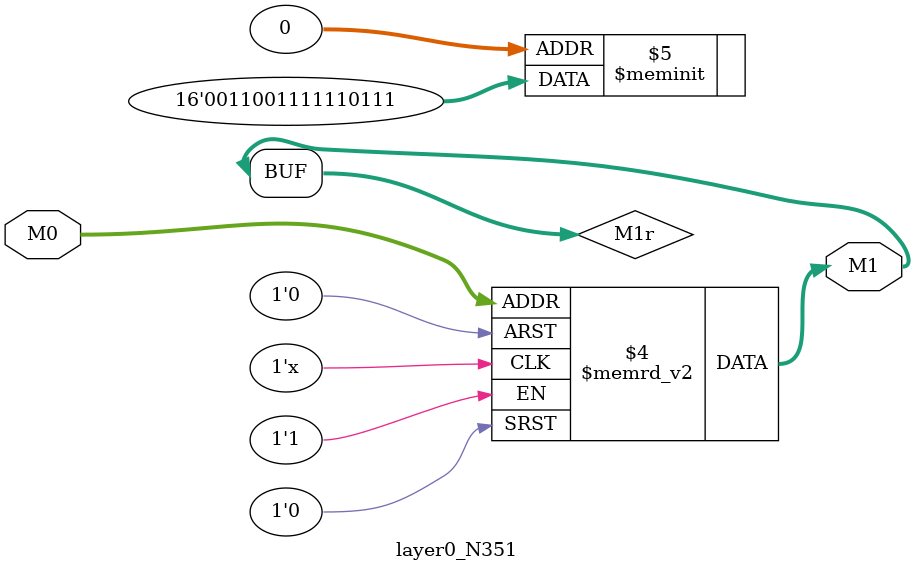
<source format=v>
module layer0_N351 ( input [2:0] M0, output [1:0] M1 );

	(*rom_style = "distributed" *) reg [1:0] M1r;
	assign M1 = M1r;
	always @ (M0) begin
		case (M0)
			3'b000: M1r = 2'b11;
			3'b100: M1r = 2'b11;
			3'b010: M1r = 2'b11;
			3'b110: M1r = 2'b11;
			3'b001: M1r = 2'b01;
			3'b101: M1r = 2'b00;
			3'b011: M1r = 2'b11;
			3'b111: M1r = 2'b00;

		endcase
	end
endmodule

</source>
